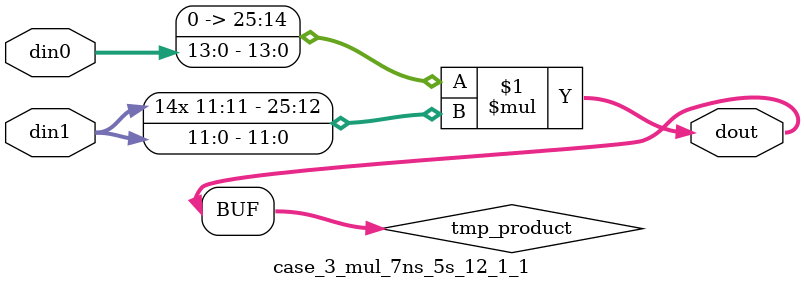
<source format=v>

`timescale 1 ns / 1 ps

 (* use_dsp = "no" *)  module case_3_mul_7ns_5s_12_1_1(din0, din1, dout);
parameter ID = 1;
parameter NUM_STAGE = 0;
parameter din0_WIDTH = 14;
parameter din1_WIDTH = 12;
parameter dout_WIDTH = 26;

input [din0_WIDTH - 1 : 0] din0; 
input [din1_WIDTH - 1 : 0] din1; 
output [dout_WIDTH - 1 : 0] dout;

wire signed [dout_WIDTH - 1 : 0] tmp_product;

























assign tmp_product = $signed({1'b0, din0}) * $signed(din1);










assign dout = tmp_product;





















endmodule

</source>
